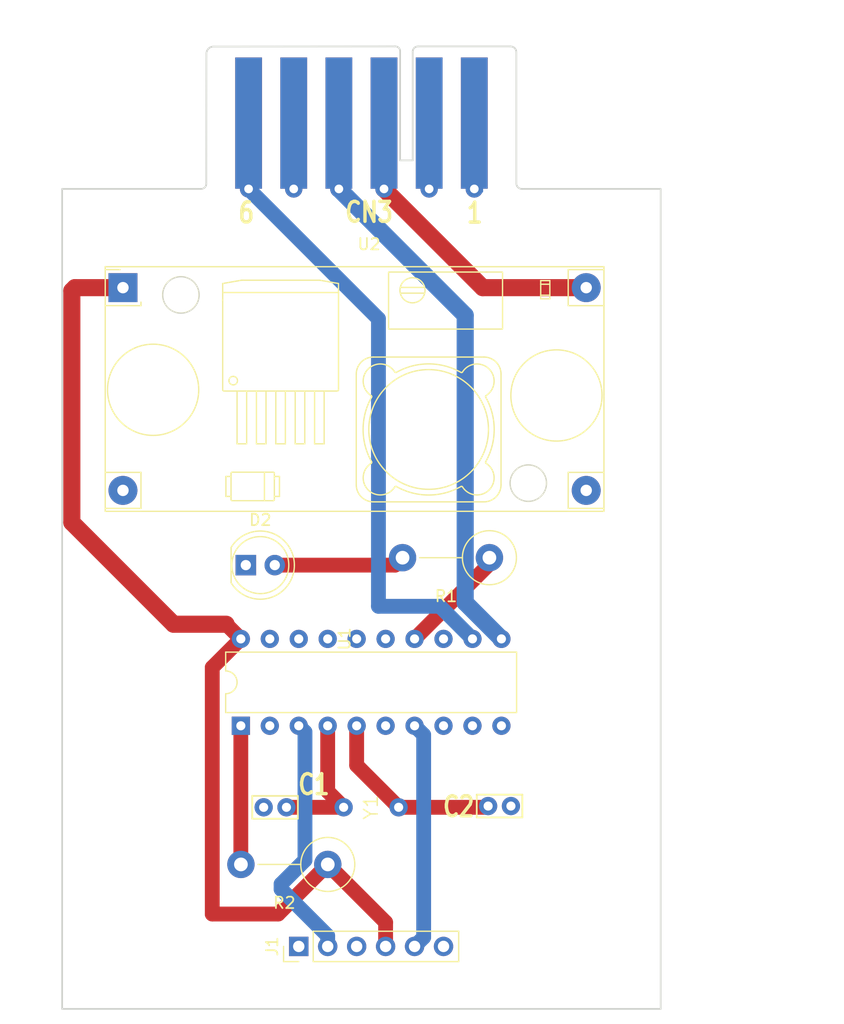
<source format=kicad_pcb>
(kicad_pcb (version 20221018) (generator pcbnew)
  (layers (0 "F.Cu" signal) (31 "B.Cu" signal) (37 "F.SilkS" user "F.Silkscreen") (38 "B.Mask" user) (39 "F.Mask" user) (44 "Edge.Cuts" user))
  (net 0 "")
  (net 1 "GND")
  (net 2 "/xtal2")
  (net 3 "/xtal1")
  (net 4 "Net-(CN3-Pad2)")
  (net 5 "Net-(CN3-PadC)")
  (net 6 "/pd6")
  (net 8 "/pb0")
  (net 10 "Net-(R1-Pad2)")
  (net 12 "/txd")
  (net 14 "VCC")
  (net 15 "/pd3")
  (net 16 "/pb2")
  (net 17 "/pa2")
  (footprint "Resistor_THT:R_Axial_DIN0414_L11.9mm_D4.5mm_P7.62mm_Vertical" (layer "F.Cu") (at 154.084265 107.035078 180)
    (fp_text reference "R1" (at 3.81 -3.37) (layer "F.SilkS"))
    (fp_text value "1 K")
    (fp_line (start 2.37 0) (end 6.12 0) (stroke (width 0.12)) (layer "F.SilkS"))
    (fp_circle (center 0 0) (end 2.37 0) (stroke (width 0.12)) (fill none) (layer "F.SilkS"))
    (pad "1" thru_hole circle (at 0 0 180) (size 2.4 2.4) (drill 1.2) (layers "*.Cu" "*.Mask") (net 16 "/pb2"))
    (pad "2" thru_hole oval (at 7.62 0 180) (size 2.4 2.4) (drill 1.2) (layers "*.Cu" "*.Mask") (net 10 "Net-(R1-Pad2)"))
  )
  (footprint "Capacitor:0203" (layer "F.Cu") (at 135.279265 128.925078 180)
    (fp_text reference "C1" (at -4.94 0.97) (layer "F.SilkS") (effects (font (size 1.75 1.37) (thickness 0.3)) (justify right bottom)))
    (fp_text value "331 pF" hide)
    (fp_line (start -2 1) (end -2 -1) (stroke (width 0.1524)) (layer "F.SilkS"))
    (fp_line (start 2 -1) (end -2 -1) (stroke (width 0.1524)) (layer "F.SilkS"))
    (fp_line (start 2 1) (end -2 1) (stroke (width 0.1524)) (layer "F.SilkS"))
    (fp_line (start 2 1) (end 2 -1) (stroke (width 0.1524)) (layer "F.SilkS"))
    (pad "1" thru_hole circle (at -1 0 180) (size 1.6 1.6) (drill 0.8) (layers "*.Cu" "*.Mask") (net 2 "/xtal2"))
    (pad "2" thru_hole circle (at 1 0 180) (size 1.6 1.6) (drill 0.8) (layers "*.Cu" "*.Mask") (net 1 "GND"))
  )
  (footprint "CASSETTEPORT:CASSETTEPORT" (layer "F.Cu") (at 142.857265 69.714678)
    (fp_text reference "CN3" (at -1.5834 8.04672) (layer "F.SilkS") (effects (font (size 1.75 1.37) (thickness 0.3)) (justify left bottom)))
    (fp_text value "CASSETTEPORT" hide)
    (fp_text user "6" (at -10.09748 7.07136) (layer "F.SilkS") (effects (font (size 1.75 1.37) (thickness 0.3))))
    (fp_text user "1" (at 9.93804 7.09168) (layer "F.SilkS") (effects (font (size 1.75 1.37) (thickness 0.3))))
    (pad "1" connect rect (at 9.9 -0.7936 180) (size 2.35 11.5064) (layers "F.Cu" "F.Mask") (net 1 "GND"))
    (pad "1" thru_hole circle (at 9.9 4.9784) (size 1.524 1.524) (drill 0.762) (layers "*.Cu" "*.Mask") (net 1 "GND"))
    (pad "2" connect rect (at 5.94 -0.7936 180) (size 2.35 11.5064) (layers "F.Cu" "F.Mask") (net 4 "Net-(CN3-Pad2)"))
    (pad "2" thru_hole circle (at 5.94 4.9784) (size 1.524 1.524) (drill 0.762) (layers "*.Cu" "*.Mask") (net 4 "Net-(CN3-Pad2)"))
    (pad "3" connect rect (at 1.98 -0.7936 180) (size 2.35 11.5064) (layers "F.Cu" "F.Mask") (net 5 "Net-(CN3-PadC)"))
    (pad "3" thru_hole circle (at 1.98 4.9784) (size 1.524 1.524) (drill 0.762) (layers "*.Cu" "*.Mask") (net 5 "Net-(CN3-PadC)"))
    (pad "4" connect rect (at -1.98 -0.7936 180) (size 2.35 11.5064) (layers "F.Cu" "F.Mask") (net 6 "/pd6"))
    (pad "4" thru_hole circle (at -1.98 4.9784) (size 1.524 1.524) (drill 0.762) (layers "*.Cu" "*.Mask") (net 6 "/pd6"))
    (pad "5" connect rect (at -5.94 -0.7936 180) (size 2.35 11.5064) (layers "F.Cu" "F.Mask"))
    (pad "5" thru_hole circle (at -5.94 4.9784) (size 1.524 1.524) (drill 0.762) (layers "*.Cu" "*.Mask"))
    (pad "6" connect rect (at -9.9 -0.7936 180) (size 2.35 11.5064) (layers "F.Cu" "F.Mask") (net 8 "/pb0"))
    (pad "6" thru_hole circle (at -9.9 4.9784) (size 1.524 1.524) (drill 0.762) (layers "*.Cu" "*.Mask") (net 8 "/pb0"))
    (pad "A" connect rect (at 9.9 -0.7936 180) (size 2.35 11.5064) (layers "B.Cu" "B.Mask") (net 1 "GND"))
    (pad "B" connect rect (at 5.94 -0.7936 180) (size 2.35 11.5064) (layers "B.Cu" "B.Mask") (net 4 "Net-(CN3-Pad2)"))
    (pad "C" connect rect (at 1.98 -0.7936 180) (size 2.35 11.5064) (layers "B.Cu" "B.Mask") (net 5 "Net-(CN3-PadC)"))
    (pad "D" connect rect (at -1.98 -0.7936 180) (size 2.35 11.5064) (layers "B.Cu" "B.Mask") (net 6 "/pd6"))
    (pad "E" connect rect (at -5.94 -0.7936 180) (size 2.35 11.5064) (layers "B.Cu" "B.Mask"))
    (pad "F" connect rect (at -9.9 -0.7936 180) (size 2.35 11.5064) (layers "B.Cu" "B.Mask") (net 8 "/pb0"))
  )
  (footprint "Crystal:HC49TL-H" (layer "F.Cu") (at 143.707265 136.545078 180)
    (fp_text reference "Y1" (at -0.69 8.79 90) (layer "F.SilkS") (effects (font (size 1.2065 1.2065) (thickness 0.127)) (justify right bottom)))
    (fp_text value "16 MHz" hide)
    (pad "1" thru_hole circle (at -2.413 7.62 180) (size 1.6 1.6) (drill 0.8) (layers "*.Cu" "*.Mask") (net 3 "/xtal1"))
    (pad "2" thru_hole circle (at 2.413 7.62 180) (size 1.6 1.6) (drill 0.8) (layers "*.Cu" "*.Mask") (net 2 "/xtal2"))
  )
  (footprint "Capacitor:0203" (layer "F.Cu") (at 154.971265 128.815078)
    (fp_text reference "C2" (at -5.122 1.08) (layer "F.SilkS") (effects (font (size 1.75 1.37) (thickness 0.3)) (justify left bottom)))
    (fp_text value "33 pF" hide)
    (fp_line (start -2 1) (end -2 -1) (stroke (width 0.1524)) (layer "F.SilkS"))
    (fp_line (start 2 -1) (end -2 -1) (stroke (width 0.1524)) (layer "F.SilkS"))
    (fp_line (start 2 1) (end -2 1) (stroke (width 0.1524)) (layer "F.SilkS"))
    (fp_line (start 2 1) (end 2 -1) (stroke (width 0.1524)) (layer "F.SilkS"))
    (pad "1" thru_hole circle (at -1 0) (size 1.6 1.6) (drill 0.8) (layers "*.Cu" "*.Mask") (net 3 "/xtal1"))
    (pad "2" thru_hole circle (at 1 0) (size 1.6 1.6) (drill 0.8) (layers "*.Cu" "*.Mask") (net 1 "GND"))
  )
  (footprint "Connector_PinHeader_2.54mm:PinHeader_1x06_P2.54mm_Vertical" (layer "F.Cu") (at 143.707265 141.125078 90)
    (fp_text reference "J1" (at 0 -8.68 90) (layer "F.SilkS"))
    (fp_text value "Conn_01x06_Male")
    (fp_line (start -1.33 -7.68) (end 0 -7.68) (stroke (width 0.12)) (layer "F.SilkS"))
    (fp_line (start -1.33 -6.35) (end -1.33 -7.68) (stroke (width 0.12)) (layer "F.SilkS"))
    (fp_line (start -1.33 -5.08) (end -1.33 7.68) (stroke (width 0.12)) (layer "F.SilkS"))
    (fp_line (start -1.33 -5.08) (end 1.33 -5.08) (stroke (width 0.12)) (layer "F.SilkS"))
    (fp_line (start -1.33 7.68) (end 1.33 7.68) (stroke (width 0.12)) (layer "F.SilkS"))
    (fp_line (start 1.33 -5.08) (end 1.33 7.68) (stroke (width 0.12)) (layer "F.SilkS"))
    (pad "1" thru_hole rect (at 0 -6.35 90) (size 1.7 1.7) (drill 1) (layers "*.Cu" "*.Mask"))
    (pad "2" thru_hole oval (at 0 -3.81 90) (size 1.7 1.7) (drill 1) (layers "*.Cu" "*.Mask") (net 12 "/txd"))
    (pad "3" thru_hole oval (at 0 -1.27 90) (size 1.7 1.7) (drill 1) (layers "*.Cu" "*.Mask"))
    (pad "4" thru_hole oval (at 0 1.27 90) (size 1.7 1.7) (drill 1) (layers "*.Cu" "*.Mask") (net 14 "VCC"))
    (pad "5" thru_hole oval (at 0 3.81 90) (size 1.7 1.7) (drill 1) (layers "*.Cu" "*.Mask") (net 15 "/pd3"))
    (pad "6" thru_hole oval (at 0 6.35 90) (size 1.7 1.7) (drill 1) (layers "*.Cu" "*.Mask") (net 1 "GND"))
  )
  (footprint "Resistor_THT:R_Axial_DIN0414_L11.9mm_D4.5mm_P7.62mm_Vertical" (layer "F.Cu") (at 139.904265 133.935078 180)
    (fp_text reference "R2" (at 3.81 -3.37) (layer "F.SilkS"))
    (fp_text value "10 K")
    (fp_line (start 2.37 0) (end 6.12 0) (stroke (width 0.12)) (layer "F.SilkS"))
    (fp_circle (center 0 0) (end 2.37 0) (stroke (width 0.12)) (fill none) (layer "F.SilkS"))
    (pad "1" thru_hole circle (at 0 0 180) (size 2.4 2.4) (drill 1.2) (layers "*.Cu" "*.Mask") (net 14 "VCC"))
    (pad "2" thru_hole oval (at 7.62 0 180) (size 2.4 2.4) (drill 1.2) (layers "*.Cu" "*.Mask") (net 17 "/pa2"))
  )
  (footprint "LED_THT:LED_D5.0mm_IRGrey" (layer "F.Cu") (at 132.714265 107.685078)
    (fp_text reference "D2" (at 1.27 -3.96) (layer "F.SilkS"))
    (fp_text value "LED")
    (fp_line (start -1.29 -1.545) (end -1.29 1.545) (stroke (width 0.12)) (layer "F.SilkS"))
    (fp_arc (start -1.29 -1.54483) (mid 2.072002 -2.880433) (end 4.26 0.000462) (stroke (width 0.12)) (layer "F.SilkS"))
    (fp_arc (start 4.26 -0.000462) (mid 2.072002 2.880433) (end -1.29 1.54483) (stroke (width 0.12)) (layer "F.SilkS"))
    (fp_circle (center 1.27 0) (end 3.77 0) (stroke (width 0.12)) (fill none) (layer "F.SilkS"))
    (pad "1" thru_hole rect (at 0 0) (size 1.8 1.8) (drill 0.9) (layers "*.Cu" "*.Mask") (net 1 "GND"))
    (pad "2" thru_hole circle (at 2.54 0) (size 1.8 1.8) (drill 0.9) (layers "*.Cu" "*.Mask") (net 10 "Net-(R1-Pad2)"))
  )
  (footprint "Package_DIP:DIP-20_W7.62mm" (layer "F.Cu") (at 143.707265 117.965078 90)
    (fp_text reference "U1" (at 3.81 -2.33 90) (layer "F.SilkS"))
    (fp_text value "ATtiny2313-20P")
    (fp_line (start -2.65 -12.76) (end -2.65 12.76) (stroke (width 0.12)) (layer "F.SilkS"))
    (fp_line (start -2.65 12.76) (end 2.65 12.76) (stroke (width 0.12)) (layer "F.SilkS"))
    (fp_line (start -1 -12.76) (end -2.65 -12.76) (stroke (width 0.12)) (layer "F.SilkS"))
    (fp_line (start 2.65 -12.76) (end 1 -12.76) (stroke (width 0.12)) (layer "F.SilkS"))
    (fp_line (start 2.65 12.76) (end 2.65 -12.76) (stroke (width 0.12)) (layer "F.SilkS"))
    (fp_arc (start 1 -12.76) (mid 0 -11.76) (end -1 -12.76) (stroke (width 0.12)) (layer "F.SilkS"))
    (pad "1" thru_hole rect (at -3.81 -11.43 90) (size 1.6 1.6) (drill 0.8) (layers "*.Cu" "*.Mask") (net 17 "/pa2"))
    (pad "2" thru_hole oval (at -3.81 -8.89 90) (size 1.6 1.6) (drill 0.8) (layers "*.Cu" "*.Mask"))
    (pad "3" thru_hole oval (at -3.81 -6.35 90) (size 1.6 1.6) (drill 0.8) (layers "*.Cu" "*.Mask") (net 12 "/txd"))
    (pad "4" thru_hole oval (at -3.81 -3.81 90) (size 1.6 1.6) (drill 0.8) (layers "*.Cu" "*.Mask") (net 2 "/xtal2"))
    (pad "5" thru_hole oval (at -3.81 -1.27 90) (size 1.6 1.6) (drill 0.8) (layers "*.Cu" "*.Mask") (net 3 "/xtal1"))
    (pad "6" thru_hole oval (at -3.81 1.27 90) (size 1.6 1.6) (drill 0.8) (layers "*.Cu" "*.Mask"))
    (pad "7" thru_hole oval (at -3.81 3.81 90) (size 1.6 1.6) (drill 0.8) (layers "*.Cu" "*.Mask") (net 15 "/pd3"))
    (pad "8" thru_hole oval (at -3.81 6.35 90) (size 1.6 1.6) (drill 0.8) (layers "*.Cu" "*.Mask"))
    (pad "9" thru_hole oval (at -3.81 8.89 90) (size 1.6 1.6) (drill 0.8) (layers "*.Cu" "*.Mask"))
    (pad "10" thru_hole oval (at -3.81 11.43 90) (size 1.6 1.6) (drill 0.8) (layers "*.Cu" "*.Mask") (net 1 "GND"))
    (pad "11" thru_hole oval (at 3.81 11.43 90) (size 1.6 1.6) (drill 0.8) (layers "*.Cu" "*.Mask") (net 6 "/pd6"))
    (pad "12" thru_hole oval (at 3.81 8.89 90) (size 1.6 1.6) (drill 0.8) (layers "*.Cu" "*.Mask") (net 8 "/pb0"))
    (pad "13" thru_hole oval (at 3.81 6.35 90) (size 1.6 1.6) (drill 0.8) (layers "*.Cu" "*.Mask"))
    (pad "14" thru_hole oval (at 3.81 3.81 90) (size 1.6 1.6) (drill 0.8) (layers "*.Cu" "*.Mask") (net 16 "/pb2"))
    (pad "15" thru_hole oval (at 3.81 1.27 90) (size 1.6 1.6) (drill 0.8) (layers "*.Cu" "*.Mask"))
    (pad "16" thru_hole oval (at 3.81 -1.27 90) (size 1.6 1.6) (drill 0.8) (layers "*.Cu" "*.Mask"))
    (pad "17" thru_hole oval (at 3.81 -3.81 90) (size 1.6 1.6) (drill 0.8) (layers "*.Cu" "*.Mask"))
    (pad "18" thru_hole oval (at 3.81 -6.35 90) (size 1.6 1.6) (drill 0.8) (layers "*.Cu" "*.Mask"))
    (pad "19" thru_hole oval (at 3.81 -8.89 90) (size 1.6 1.6) (drill 0.8) (layers "*.Cu" "*.Mask"))
    (pad "20" thru_hole oval (at 3.81 -11.43 90) (size 1.6 1.6) (drill 0.8) (layers "*.Cu" "*.Mask") (net 14 "VCC"))
  )
  (footprint "LM2596:YAAJ_DCDC_StepDown_LM2596" (layer "F.Cu") (at 121.935664 92.241885)
    (fp_text reference "U2" (at 21.59 -12.7) (layer "F.SilkS"))
    (fp_text value "YAAJ_DCDC_StepDown_LM2596")
    (fp_line (start -1.555 -10.725) (end -1.555 10.725) (stroke (width 0.12)) (layer "F.SilkS"))
    (fp_line (start -1.555 10.725) (end 42.195 10.725) (stroke (width 0.12)) (layer "F.SilkS"))
    (fp_line (start -1.55 -10.47) (end -0.25 -10.47) (stroke (width 0.12)) (layer "F.SilkS"))
    (fp_line (start -1.55 -7.315) (end 1.58 -7.31) (stroke (width 0.12)) (layer "F.SilkS"))
    (fp_line (start -1.55 7.31) (end 1.58 7.31) (stroke (width 0.12)) (layer "F.SilkS"))
    (fp_line (start -1.55 10.47) (end 1.58 10.47) (stroke (width 0.12)) (layer "F.SilkS"))
    (fp_line (start 1.58 -7.62) (end 1.58 -7.31) (stroke (width 0.12)) (layer "F.SilkS"))
    (fp_line (start 1.58 7.31) (end 1.58 10.47) (stroke (width 0.12)) (layer "F.SilkS"))
    (fp_line (start 8.749233 -7.885851) (end 8.749233 -7.724313) (stroke (width 0.12)) (layer "F.SilkS"))
    (fp_line (start 8.750233 -9.25239) (end 10.400233 -9.543329) (stroke (width 0.12)) (layer "F.SilkS"))
    (fp_line (start 8.750233 0.099106) (end 8.750233 -9.25239) (stroke (width 0.12)) (layer "F.SilkS"))
    (fp_line (start 8.750233 0.099106) (end 8.827797 0.17667) (stroke (width 0.12)) (layer "F.SilkS"))
    (fp_line (start 8.827797 0.17667) (end 18.83267 0.17667) (stroke (width 0.12)) (layer "F.SilkS"))
    (fp_line (start 9.031636 7.668217) (end 9.481636 7.668217) (stroke (width 0.12)) (layer "F.SilkS"))
    (fp_line (start 9.031636 9.418217) (end 9.031636 7.668217) (stroke (width 0.12)) (layer "F.SilkS"))
    (fp_line (start 9.481636 9.418217) (end 9.031636 9.418217) (stroke (width 0.12)) (layer "F.SilkS"))
    (fp_line (start 9.481636 9.693217) (end 9.481636 7.393217) (stroke (width 0.12)) (layer "F.SilkS"))
    (fp_line (start 9.581636 7.293217) (end 13.181636 7.293217) (stroke (width 0.12)) (layer "F.SilkS"))
    (fp_line (start 10.010233 4.80667) (end 10.010233 0.17667) (stroke (width 0.12)) (layer "F.SilkS"))
    (fp_line (start 10.010233 4.80667) (end 10.850233 4.80667) (stroke (width 0.12)) (layer "F.SilkS"))
    (fp_line (start 10.400233 -9.543329) (end 17.260233 -9.543329) (stroke (width 0.12)) (layer "F.SilkS"))
    (fp_line (start 10.850233 4.80667) (end 10.850233 0.17667) (stroke (width 0.12)) (layer "F.SilkS"))
    (fp_line (start 11.710233 4.80667) (end 11.710233 0.17667) (stroke (width 0.12)) (layer "F.SilkS"))
    (fp_line (start 11.710233 4.80667) (end 12.550233 4.80667) (stroke (width 0.12)) (layer "F.SilkS"))
    (fp_line (start 12.411358 7.393217) (end 12.411358 9.693217) (stroke (width 0.12)) (layer "F.SilkS"))
    (fp_line (start 12.550233 4.80667) (end 12.550233 0.17667) (stroke (width 0.12)) (layer "F.SilkS"))
    (fp_line (start 13.181636 9.793217) (end 9.581636 9.793217) (stroke (width 0.12)) (layer "F.SilkS"))
    (fp_line (start 13.281636 7.393217) (end 13.281636 9.693217) (stroke (width 0.12)) (layer "F.SilkS"))
    (fp_line (start 13.281636 7.668217) (end 13.731636 7.668217) (stroke (width 0.12)) (layer "F.SilkS"))
    (fp_line (start 13.282636 7.904696) (end 13.282636 7.810144) (stroke (width 0.12)) (layer "F.SilkS"))
    (fp_line (start 13.410233 4.80667) (end 13.410233 0.17667) (stroke (width 0.12)) (layer "F.SilkS"))
    (fp_line (start 13.410233 4.80667) (end 14.250233 4.80667) (stroke (width 0.12)) (layer "F.SilkS"))
    (fp_line (start 13.731636 7.668217) (end 13.731636 9.418217) (stroke (width 0.12)) (layer "F.SilkS"))
    (fp_line (start 13.731636 9.418217) (end 13.281636 9.418217) (stroke (width 0.12)) (layer "F.SilkS"))
    (fp_line (start 14.250233 4.80667) (end 14.250233 0.17667) (stroke (width 0.12)) (layer "F.SilkS"))
    (fp_line (start 15.110233 4.80667) (end 15.110233 0.17667) (stroke (width 0.12)) (layer "F.SilkS"))
    (fp_line (start 15.110233 4.80667) (end 15.950233 4.80667) (stroke (width 0.12)) (layer "F.SilkS"))
    (fp_line (start 15.950233 4.80667) (end 15.950233 0.17667) (stroke (width 0.12)) (layer "F.SilkS"))
    (fp_line (start 16.810233 4.80667) (end 16.810233 0.17667) (stroke (width 0.12)) (layer "F.SilkS"))
    (fp_line (start 16.810233 4.80667) (end 17.650233 4.80667) (stroke (width 0.12)) (layer "F.SilkS"))
    (fp_line (start 17.260233 -9.543329) (end 18.910233 -9.25239) (stroke (width 0.12)) (layer "F.SilkS"))
    (fp_line (start 17.650233 4.80667) (end 17.650233 0.17667) (stroke (width 0.12)) (layer "F.SilkS"))
    (fp_line (start 18.83267 0.17667) (end 18.910233 0.099106) (stroke (width 0.12)) (layer "F.SilkS"))
    (fp_line (start 18.910233 -8.46333) (end 8.750233 -8.46333) (stroke (width 0.12)) (layer "F.SilkS"))
    (fp_line (start 18.910233 0.099106) (end 18.910233 -9.25239) (stroke (width 0.12)) (layer "F.SilkS"))
    (fp_line (start 20.467397 -1.304204) (end 20.467397 8.395796) (stroke (width 0.12)) (layer "F.SilkS"))
    (fp_line (start 21.967397 9.895796) (end 31.667397 9.895796) (stroke (width 0.12)) (layer "F.SilkS"))
    (fp_line (start 23.299783 -5.307706) (end 23.299783 -10.207705) (stroke (width 0.12)) (layer "F.SilkS"))
    (fp_line (start 23.349783 -10.257705) (end 33.249783 -10.257705) (stroke (width 0.12)) (layer "F.SilkS"))
    (fp_line (start 24.336385 -8.9391) (end 24.360553 -8.907705) (stroke (width 0.12)) (layer "F.SilkS"))
    (fp_line (start 24.348594 -8.882706) (end 24.324147 -8.887938) (stroke (width 0.12)) (layer "F.SilkS"))
    (fp_line (start 24.348594 -8.882706) (end 24.355764 -8.913925) (stroke (width 0.12)) (layer "F.SilkS"))
    (fp_line (start 24.348594 -8.882706) (end 24.360553 -8.907705) (stroke (width 0.12)) (layer "F.SilkS"))
    (fp_line (start 24.360553 -8.407706) (end 26.439014 -8.407706) (stroke (width 0.12)) (layer "F.SilkS"))
    (fp_line (start 26.439014 -8.907705) (end 24.360553 -8.907705) (stroke (width 0.12)) (layer "F.SilkS"))
    (fp_line (start 31.667397 -2.804204) (end 21.967397 -2.804204) (stroke (width 0.12)) (layer "F.SilkS"))
    (fp_line (start 31.858978 -10.258705) (end 31.814106 -10.258705) (stroke (width 0.12)) (layer "F.SilkS"))
    (fp_line (start 31.942312 -10.258705) (end 31.908357 -10.258705) (stroke (width 0.12)) (layer "F.SilkS"))
    (fp_line (start 33.167397 8.395796) (end 33.167397 -1.304204) (stroke (width 0.12)) (layer "F.SilkS"))
    (fp_line (start 33.249783 -5.257706) (end 23.349783 -5.257706) (stroke (width 0.12)) (layer "F.SilkS"))
    (fp_line (start 33.299783 -10.207705) (end 33.299783 -5.307706) (stroke (width 0.12)) (layer "F.SilkS"))
    (fp_line (start 36.648681 -9.189704) (end 37.448681 -9.189704) (stroke (width 0.12)) (layer "F.SilkS"))
    (fp_line (start 36.648681 -7.909705) (end 36.648681 -9.509704) (stroke (width 0.12)) (layer "F.SilkS"))
    (fp_line (start 37.448681 -9.509704) (end 36.648681 -9.509704) (stroke (width 0.12)) (layer "F.SilkS"))
    (fp_line (start 37.448681 -9.509704) (end 37.448681 -7.909705) (stroke (width 0.12)) (layer "F.SilkS"))
    (fp_line (start 37.448681 -8.229705) (end 36.648681 -8.229705) (stroke (width 0.12)) (layer "F.SilkS"))
    (fp_line (start 37.448681 -7.909705) (end 36.648681 -7.909705) (stroke (width 0.12)) (layer "F.SilkS"))
    (fp_line (start 39.06 -10.47) (end 42.175 -10.47) (stroke (width 0.12)) (layer "F.SilkS"))
    (fp_line (start 39.06 -7.31) (end 39.06 -10.47) (stroke (width 0.12)) (layer "F.SilkS"))
    (fp_line (start 39.06 -7.31) (end 42.22 -7.31) (stroke (width 0.12)) (layer "F.SilkS"))
    (fp_line (start 39.06 7.31) (end 42.175 7.31) (stroke (width 0.12)) (layer "F.SilkS"))
    (fp_line (start 39.06 10.47) (end 39.06 7.31) (stroke (width 0.12)) (layer "F.SilkS"))
    (fp_line (start 39.06 10.47) (end 42.175 10.47) (stroke (width 0.12)) (layer "F.SilkS"))
    (fp_line (start 42.195 -10.725) (end -1.555 -10.725) (stroke (width 0.12)) (layer "F.SilkS"))
    (fp_line (start 42.195 10.725) (end 42.195 -10.725) (stroke (width 0.12)) (layer "F.SilkS"))
    (fp_arc (start 9.481636 7.393217) (mid 9.510921 7.322508) (end 9.581636 7.293217) (stroke (width 0.12)) (layer "F.SilkS"))
    (fp_arc (start 9.581636 9.793217) (mid 9.510931 9.763935) (end 9.481636 9.693217) (stroke (width 0.12)) (layer "F.SilkS"))
    (fp_arc (start 13.181636 7.293217) (mid 13.252353 7.322514) (end 13.281636 7.393217) (stroke (width 0.12)) (layer "F.SilkS"))
    (fp_arc (start 13.281636 9.693217) (mid 13.252343 9.763929) (end 13.181636 9.793217) (stroke (width 0.12)) (layer "F.SilkS"))
    (fp_arc (start 20.467397 -1.304204) (mid 20.906738 -2.364863) (end 21.967397 -2.804204) (stroke (width 0.12)) (layer "F.SilkS"))
    (fp_arc (start 21.781131 0.57601) (mid 21.825179 0.63623) (end 21.815218 0.710183) (stroke (width 0.12)) (layer "F.SilkS"))
    (fp_arc (start 21.781132 0.576011) (mid 21.514101 -1.757499) (end 23.847611 -1.490469) (stroke (width 0.12)) (layer "F.SilkS"))
    (fp_arc (start 21.815217 6.381409) (mid 21.825126 6.455337) (end 21.781132 6.515582) (stroke (width 0.12)) (layer "F.SilkS"))
    (fp_arc (start 21.815218 6.38141) (mid 21.067399 3.545797) (end 21.815218 0.710183) (stroke (width 0.12)) (layer "F.SilkS"))
    (fp_arc (start 21.967397 9.895796) (mid 20.90674 9.456455) (end 20.467397 8.395796) (stroke (width 0.12)) (layer "F.SilkS"))
    (fp_arc (start 23.299783 -10.207705) (mid 23.314428 -10.243063) (end 23.349783 -10.257705) (stroke (width 0.12)) (layer "F.SilkS"))
    (fp_arc (start 23.349783 -5.257706) (mid 23.314441 -5.272357) (end 23.299783 -5.307706) (stroke (width 0.12)) (layer "F.SilkS"))
    (fp_arc (start 23.847611 8.582062) (mid 21.514153 8.849048) (end 21.781132 6.515582) (stroke (width 0.12)) (layer "F.SilkS"))
    (fp_arc (start 23.847611 8.582062) (mid 23.907835 8.538062) (end 23.981783 8.547976) (stroke (width 0.12)) (layer "F.SilkS"))
    (fp_arc (start 23.981783 -1.456383) (mid 23.907854 -1.446491) (end 23.847611 -1.490469) (stroke (width 0.12)) (layer "F.SilkS"))
    (fp_arc (start 23.981784 -1.456383) (mid 26.817398 -2.204204) (end 29.653011 -1.456383) (stroke (width 0.12)) (layer "F.SilkS"))
    (fp_arc (start 24.324148 -8.427473) (mid 26.469639 -8.913582) (end 24.336385 -8.37631) (stroke (width 0.12)) (layer "F.SilkS"))
    (fp_arc (start 29.653011 8.547976) (mid 26.817397 9.295797) (end 23.981783 8.547976) (stroke (width 0.12)) (layer "F.SilkS"))
    (fp_arc (start 29.653011 8.547976) (mid 29.726938 8.538069) (end 29.787183 8.582062) (stroke (width 0.12)) (layer "F.SilkS"))
    (fp_arc (start 29.787183 -1.490469) (mid 29.726945 -1.446449) (end 29.653011 -1.456383) (stroke (width 0.12)) (layer "F.SilkS"))
    (fp_arc (start 29.787183 -1.490469) (mid 32.120655 -1.757453) (end 31.853662 0.576011) (stroke (width 0.12)) (layer "F.SilkS"))
    (fp_arc (start 31.667397 -2.804204) (mid 32.728061 -2.364865) (end 33.167397 -1.304204) (stroke (width 0.12)) (layer "F.SilkS"))
    (fp_arc (start 31.819576 0.710183) (mid 32.567399 3.545797) (end 31.819576 6.38141) (stroke (width 0.12)) (layer "F.SilkS"))
    (fp_arc (start 31.819577 0.710184) (mid 31.809685 0.636255) (end 31.853662 0.576011) (stroke (width 0.12)) (layer "F.SilkS"))
    (fp_arc (start 31.853662 6.515582) (mid 32.120701 8.849101) (end 29.787183 8.582062) (stroke (width 0.12)) (layer "F.SilkS"))
    (fp_arc (start 31.853663 6.515583) (mid 31.809646 6.455344) (end 31.819576 6.38141) (stroke (width 0.12)) (layer "F.SilkS"))
    (fp_arc (start 33.167397 8.395796) (mid 32.728058 9.456458) (end 31.667397 9.895796) (stroke (width 0.12)) (layer "F.SilkS"))
    (fp_arc (start 33.249783 -10.257705) (mid 33.285151 -10.243067) (end 33.299783 -10.207705) (stroke (width 0.12)) (layer "F.SilkS"))
    (fp_arc (start 33.299783 -5.307706) (mid 33.285139 -5.272353) (end 33.249783 -5.257706) (stroke (width 0.12)) (layer "F.SilkS"))
    (fp_circle (center 2.646666 0.067418) (end 6.646666 0.067418) (stroke (width 0.12)) (fill none) (layer "F.SilkS"))
    (fp_circle (center 5.08 -8.255) (end 6.678999 -8.255) (stroke (width 0.12)) (fill none) (layer "F.SilkS"))
    (fp_circle (center 9.673179 -0.735406) (end 10.048179 -0.735406) (stroke (width 0.12)) (fill none) (layer "F.SilkS"))
    (fp_circle (center 26.817397 3.545796) (end 32.067397 3.545796) (stroke (width 0.12)) (fill none) (layer "F.SilkS"))
    (fp_circle (center 35.56 8.255) (end 37.159 8.255) (stroke (width 0.12)) (fill none) (layer "F.SilkS"))
    (fp_circle (center 38.029307 0.565206) (end 42.029307 0.565206) (stroke (width 0.12)) (fill none) (layer "F.SilkS"))
    (pad "1" thru_hole rect (at 0 -8.89) (size 2.54 2.54) (drill 1) (layers "*.Cu" "*.Mask") (net 14 "VCC"))
    (pad "2" thru_hole circle (at 0 8.89) (size 2.54 2.54) (drill 1) (layers "*.Cu" "*.Mask") (net 1 "GND"))
    (pad "3" thru_hole circle (at 40.64 8.89) (size 2.54 2.54) (drill 1) (layers "*.Cu" "*.Mask") (net 1 "GND"))
    (pad "4" thru_hole circle (at 40.64 -8.89) (size 2.54 2.54) (drill 1) (layers "*.Cu" "*.Mask") (net 5 "Net-(CN3-PadC)"))
  )
  (gr_line (start 169.107265 146.605078) (end 169.107265 74.693078) (stroke (width 0.15)) (layer "Edge.Cuts"))
  (gr_line (start 169.107265 74.693078) (end 156.930315 74.693078) (stroke (width 0.15)) (layer "Edge.Cuts"))
  (gr_line (start 128.779195 74.693078) (end 116.602245 74.693078) (stroke (width 0.15)) (layer "Edge.Cuts"))
  (gr_arc (start 129.249095 74.248578) (mid 129.1062 74.568121) (end 128.779195 74.693078) (stroke (width 0.15)) (layer "Edge.Cuts"))
  (gr_arc (start 155.939715 62.196278) (mid 156.298928 62.345079) (end 156.447715 62.704278) (stroke (width 0.15)) (layer "Edge.Cuts"))
  (gr_arc (start 147.351915 62.640778) (mid 147.507503 62.315928) (end 147.847215 62.196278) (stroke (width 0.15)) (layer "Edge.Cuts"))
  (gr_line (start 156.447715 62.704278) (end 156.447715 74.210478) (stroke (width 0.15)) (layer "Edge.Cuts"))
  (gr_line (start 146.251915 62.564578) (end 146.251915 72.191178) (stroke (width 0.15)) (layer "Edge.Cuts"))
  (gr_line (start 169.107265 146.605078) (end 116.602245 146.605078) (stroke (width 0.15)) (layer "Edge.Cuts"))
  (gr_line (start 129.249095 74.248578) (end 129.256715 62.780478) (stroke (width 0.15)) (layer "Edge.Cuts"))
  (gr_line (start 147.351915 72.191178) (end 147.351915 62.640778) (stroke (width 0.15)) (layer "Edge.Cuts"))
  (gr_line (start 146.251915 72.191178) (end 147.351915 72.191178) (stroke (width 0.15)) (layer "Edge.Cuts"))
  (gr_circle (center 157.494664 100.493885) (end 157.494664 102.092885) (stroke (width 0.1)) (fill none) (layer "Edge.Cuts"))
  (gr_circle (center 127.024664 83.993885) (end 127.024664 85.592885) (stroke (width 0.1)) (fill none) (layer "Edge.Cuts"))
  (gr_arc (start 145.756615 62.196278) (mid 146.080536 62.277866) (end 146.251915 62.564578) (stroke (width 0.15)) (layer "Edge.Cuts"))
  (gr_arc (start 129.256715 62.780478) (mid 129.487601 62.350043) (end 129.955215 62.208978) (stroke (width 0.15)) (layer "Edge.Cuts"))
  (gr_arc (start 156.930315 74.693078) (mid 156.589068 74.551739) (end 156.447715 74.210478) (stroke (width 0.15)) (layer "Edge.Cuts"))
  (gr_line (start 116.602245 146.605078) (end 116.602245 74.693078) (stroke (width 0.15)) (layer "Edge.Cuts"))
  (gr_line (start 147.847215 62.196278) (end 155.939715 62.196278) (stroke (width 0.15)) (layer "Edge.Cuts"))
  (gr_line (start 129.955215 62.208978) (end 145.753915 62.196278) (stroke (width 0.15)) (layer "Edge.Cuts"))
  (segment (start 153.407525 74.215838) (end 153.407525 74.906438) (width 0.25) (layer "B.Cu") (net 1))
  (segment (start 139.897265 121.775078) (end 139.897265 127.528078) (width 1.3) (layer "F.Cu") (net 2))
  (segment (start 141.294265 128.925078) (end 136.279265 128.925078) (width 1.3) (layer "F.Cu") (net 2))
  (segment (start 139.897265 127.528078) (end 141.294265 128.925078) (width 1.3) (layer "F.Cu") (net 2))
  (segment (start 153.861265 128.925078) (end 153.971265 128.815078) (width 1.3) (layer "F.Cu") (net 3))
  (segment (start 142.437265 125.242078) (end 146.120265 128.925078) (width 1.3) (layer "F.Cu") (net 3))
  (segment (start 142.437265 121.775078) (end 142.437265 125.242078) (width 1.3) (layer "F.Cu") (net 3))
  (segment (start 146.120265 128.925078) (end 153.861265 128.925078) (width 1.3) (layer "F.Cu") (net 3))
  (segment (start 153.496072 83.351885) (end 162.575664 83.351885) (width 1.5) (layer "F.Cu") (net 5))
  (segment (start 144.837265 74.693078) (end 153.496072 83.351885) (width 1.5) (layer "F.Cu") (net 5))
  (segment (start 151.959265 85.775078) (end 151.959265 110.977078) (width 1.5) (layer "B.Cu") (net 6))
  (segment (start 151.959265 110.977078) (end 155.137265 114.155078) (width 1.5) (layer "B.Cu") (net 6))
  (segment (start 140.877265 74.693078) (end 151.959265 85.775078) (width 1.5) (layer "B.Cu") (net 6))
  (segment (start 144.349265 111.295078) (end 149.737265 111.295078) (width 1.3) (layer "B.Cu") (net 8))
  (segment (start 132.957265 74.693078) (end 144.349265 86.085078) (width 1.3) (layer "B.Cu") (net 8))
  (segment (start 144.349265 86.085078) (end 144.349265 111.295078) (width 1.3) (layer "B.Cu") (net 8))
  (segment (start 149.737265 111.295078) (end 152.597265 114.155078) (width 1.3) (layer "B.Cu") (net 8))
  (segment (start 145.814265 107.685078) (end 146.464265 107.035078) (width 1.3) (layer "F.Cu") (net 10))
  (segment (start 135.254265 107.685078) (end 145.814265 107.685078) (width 1.3) (layer "F.Cu") (net 10))
  (segment (start 139.897265 140.193078) (end 139.897265 141.125078) (width 1.3) (layer "B.Cu") (net 12))
  (segment (start 137.904265 133.560078) (end 135.809265 135.655078) (width 1.3) (layer "B.Cu") (net 12))
  (segment (start 137.904265 122.322078) (end 137.904265 133.560078) (width 1.3) (layer "B.Cu") (net 12))
  (segment (start 135.809265 135.655078) (end 135.809265 136.105078) (width 1.3) (layer "B.Cu") (net 12))
  (segment (start 137.357265 121.775078) (end 137.904265 122.322078) (width 1.3) (layer "B.Cu") (net 12))
  (segment (start 135.809265 136.105078) (end 139.897265 140.193078) (width 1.3) (layer "B.Cu") (net 12))
  (segment (start 129.769265 138.285078) (end 135.554265 138.285078) (width 1.3) (layer "F.Cu") (net 14))
  (segment (start 126.374245 112.867078) (end 130.989265 112.867078) (width 1.5) (layer "F.Cu") (net 14))
  (segment (start 121.935664 83.351885) (end 117.725438 83.351885) (width 1.5) (layer "F.Cu") (net 14))
  (segment (start 130.989265 112.867078) (end 132.277265 114.155078) (width 1.3) (layer "F.Cu") (net 14))
  (segment (start 132.277265 114.155078) (end 129.769265 116.663078) (width 1.3) (layer "F.Cu") (net 14))
  (segment (start 144.977265 139.008078) (end 139.904265 133.935078) (width 1.3) (layer "F.Cu") (net 14))
  (segment (start 144.977265 141.125078) (end 144.977265 139.008078) (width 1.3) (layer "F.Cu") (net 14))
  (segment (start 117.725438 83.351885) (end 117.452245 83.625078) (width 1.5) (layer "F.Cu") (net 14))
  (segment (start 117.452245 83.625078) (end 117.452245 103.945078) (width 1.5) (layer "F.Cu") (net 14))
  (segment (start 135.554265 138.285078) (end 139.904265 133.935078) (width 1.3) (layer "F.Cu") (net 14))
  (segment (start 129.769265 116.663078) (end 129.769265 138.285078) (width 1.3) (layer "F.Cu") (net 14))
  (segment (start 117.452245 103.945078) (end 126.374245 112.867078) (width 1.5) (layer "F.Cu") (net 14))
  (segment (start 148.317264 122.575077) (end 148.317264 140.325079) (width 1.3) (layer "B.Cu") (net 15))
  (segment (start 147.517265 121.775078) (end 148.317264 122.575077) (width 1.3) (layer "B.Cu") (net 15))
  (segment (start 148.317264 140.325079) (end 147.517265 141.125078) (width 1.3) (layer "B.Cu") (net 15))
  (segment (start 154.084265 107.588078) (end 147.517265 114.155078) (width 1.3) (layer "F.Cu") (net 16))
  (segment (start 154.084265 107.035078) (end 154.084265 107.588078) (width 1.3) (layer "F.Cu") (net 16))
  (segment (start 132.277265 121.775078) (end 132.277265 133.928078) (width 1.3) (layer "F.Cu") (net 17))
  (segment (start 132.277265 133.928078) (end 132.284265 133.935078) (width 1.3) (layer "F.Cu") (net 17))
)
</source>
